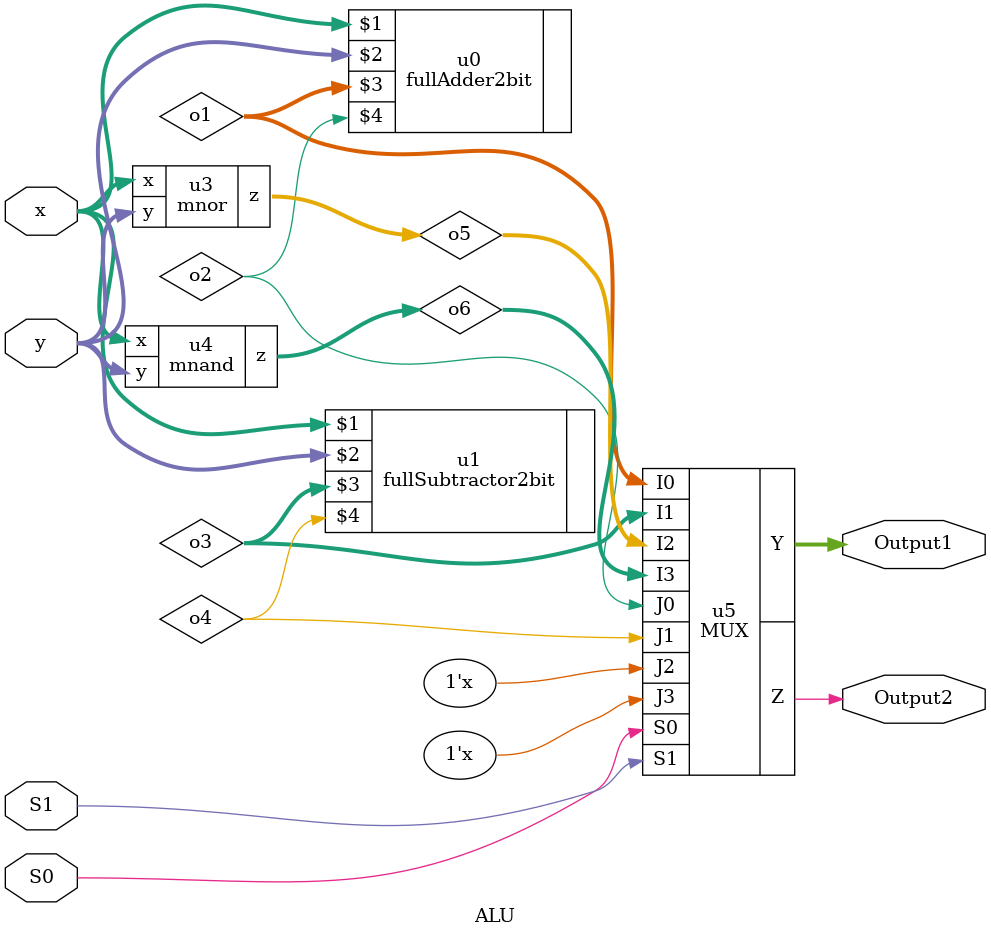
<source format=v>
module mnor(x,y,z);

input [1:0] x;
input [1:0] y;
output [1:0] z;

assign z = ~(x|y);

endmodule

module mnand(x,y,z);

input [1:0] x;
input [1:0] y;
output [1:0] z;

assign z = ~(x&y);

endmodule

module MUX(I0,J0,I1,J1,I2,J2,I3,J3,S0,S1,Y,Z);

input [1:0] I0;
input [1:0] I1;
input [1:0] I2;
input [1:0] I3;

input J0;
input J1;
input J2;
input J3;

input S0;
input S1;
output [1:0] Y;
output Z;

assign Y[0] = ((!S0)&(!S1)&I0[0])|(S0&(!S1)&I1[0])|((!S0)&(S1)&(I2[0]))|(S0&S1&I3[0]); 

assign Y[1] = ((!S0)&(!S1)&I0[1])|(S0&(!S1)&I1[1]) | ((!S0)&(S1)&(I2[1])) | (S0&S1&I3[1]);

assign Z =   ((!S0)&(!S1)&J0)|(S0&(!S1)&J1) | ((!S0)&(S1)&J2) | (S0&S1&J3);

endmodule

module ALU(x,y,S0,S1,Output1,Output2);

input [1:0] x;
input [1:0] y;
input S0;
input S1; //select line

output [1:0] Output1;
output Output2;

reg [1:0] temp1 ;
reg [1:0] temp2 ; 
reg [1:0] temp3 ;
reg [1:0] temp4 ; 
wire [1:0] o1;
wire o2;
wire [1:0] o3;
wire o4;
wire [1:0] o5;
wire [1:0] o6;


fullAdder2bit u0 (x,y,o1,o2);
fullSubtractor2bit u1 (x,y,o3,o4);
mnor u3(x, y, o5);
mnand u4(x, y, o6);
MUX u5(o1, o2, o3, o4, o5, 1'bz, o6, 1'bz, S0,S1, Output1, Output2);

endmodule


</source>
